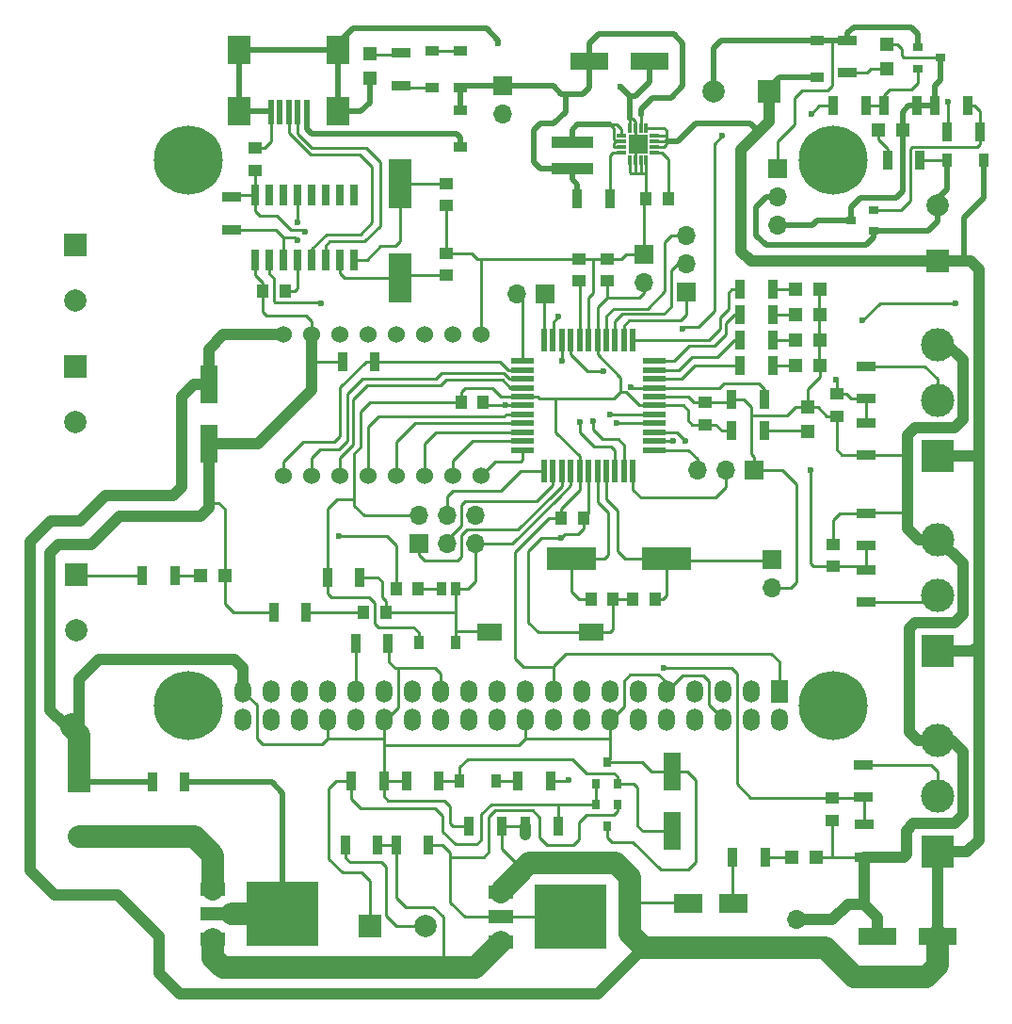
<source format=gtl>
G04 #@! TF.FileFunction,Copper,L1,Top,Signal*
%FSLAX46Y46*%
G04 Gerber Fmt 4.6, Leading zero omitted, Abs format (unit mm)*
G04 Created by KiCad (PCBNEW 4.0.7-e2-6376~61~ubuntu18.04.1) date Wed Jan  8 20:26:52 2020*
%MOMM*%
%LPD*%
G01*
G04 APERTURE LIST*
%ADD10C,0.100000*%
%ADD11O,1.500000X2.000000*%
%ADD12R,1.500000X2.000000*%
%ADD13C,6.200000*%
%ADD14R,0.900000X1.700000*%
%ADD15R,4.500000X2.000000*%
%ADD16R,2.500000X1.800000*%
%ADD17R,2.180000X1.600000*%
%ADD18R,0.550000X2.000000*%
%ADD19R,2.000000X0.550000*%
%ADD20C,3.000000*%
%ADD21R,3.000000X3.000000*%
%ADD22C,2.000000*%
%ADD23R,2.000000X2.000000*%
%ADD24R,1.700000X1.700000*%
%ADD25O,1.700000X1.700000*%
%ADD26R,0.800000X1.900000*%
%ADD27R,0.850000X0.300000*%
%ADD28R,0.300000X0.850000*%
%ADD29R,1.680000X1.680000*%
%ADD30R,0.970000X1.270000*%
%ADD31R,0.900000X0.800000*%
%ADD32R,0.800000X0.900000*%
%ADD33R,1.700000X0.900000*%
%ADD34R,3.700000X0.980000*%
%ADD35R,2.200000X1.200000*%
%ADD36R,6.400000X5.800000*%
%ADD37R,3.050000X2.750000*%
%ADD38R,1.200000X1.200000*%
%ADD39C,1.524000*%
%ADD40R,1.600000X3.500000*%
%ADD41R,3.500000X1.600000*%
%ADD42R,1.000000X1.250000*%
%ADD43R,1.250000X1.000000*%
%ADD44R,0.900000X1.200000*%
%ADD45R,1.200000X0.900000*%
%ADD46R,0.500000X2.300000*%
%ADD47R,2.000000X2.500000*%
%ADD48R,2.000000X4.500000*%
%ADD49C,0.600000*%
%ADD50C,0.500000*%
%ADD51C,0.250000*%
%ADD52C,1.000000*%
%ADD53C,2.000000*%
G04 APERTURE END LIST*
D10*
D11*
X82550000Y-133900000D03*
X82550000Y-131360000D03*
X85090000Y-133900000D03*
X85090000Y-131360000D03*
X87630000Y-133900000D03*
X87630000Y-131360000D03*
X90170000Y-133900000D03*
X90170000Y-131360000D03*
X92710000Y-133900000D03*
X92710000Y-131360000D03*
X95250000Y-133900000D03*
X95250000Y-131360000D03*
X97790000Y-133900000D03*
X97790000Y-131360000D03*
X100330000Y-133900000D03*
X100330000Y-131360000D03*
X102870000Y-133900000D03*
X102870000Y-131360000D03*
X105410000Y-133900000D03*
X105410000Y-131360000D03*
X107950000Y-133900000D03*
X107950000Y-131360000D03*
X110490000Y-133900000D03*
X110490000Y-131360000D03*
X113030000Y-133900000D03*
X113030000Y-131360000D03*
X115570000Y-133900000D03*
X115570000Y-131360000D03*
X118110000Y-133900000D03*
X118110000Y-131360000D03*
X120650000Y-133900000D03*
X120650000Y-131360000D03*
X123190000Y-133900000D03*
X123190000Y-131360000D03*
X125730000Y-133900000D03*
X125730000Y-131360000D03*
X128270000Y-133900000D03*
X128270000Y-131360000D03*
X130810000Y-133900000D03*
D12*
X130810000Y-131360000D03*
D13*
X135680000Y-83630000D03*
X77680000Y-83630000D03*
X77680000Y-132630000D03*
X135680000Y-132630000D03*
D14*
X140282000Y-78740000D03*
X143182000Y-78740000D03*
X148857000Y-81091000D03*
X145957000Y-81091000D03*
D15*
X112143600Y-119445000D03*
X120643600Y-119445000D03*
D16*
X122674000Y-150433000D03*
X126674000Y-150433000D03*
D17*
X113922400Y-126049000D03*
X104742400Y-126049000D03*
D18*
X109665000Y-111564000D03*
X110465000Y-111564000D03*
X111265000Y-111564000D03*
X112065000Y-111564000D03*
X112865000Y-111564000D03*
X113665000Y-111564000D03*
X114465000Y-111564000D03*
X115265000Y-111564000D03*
X116065000Y-111564000D03*
X116865000Y-111564000D03*
X117665000Y-111564000D03*
D19*
X119565000Y-109664000D03*
X119565000Y-108864000D03*
X119565000Y-108064000D03*
X119565000Y-107264000D03*
X119565000Y-106464000D03*
X119565000Y-105664000D03*
X119565000Y-104864000D03*
X119565000Y-104064000D03*
X119565000Y-103264000D03*
X119565000Y-102464000D03*
X119565000Y-101664000D03*
D18*
X117665000Y-99764000D03*
X116865000Y-99764000D03*
X116065000Y-99764000D03*
X115265000Y-99764000D03*
X114465000Y-99764000D03*
X113665000Y-99764000D03*
X112865000Y-99764000D03*
X112065000Y-99764000D03*
X111265000Y-99764000D03*
X110465000Y-99764000D03*
X109665000Y-99764000D03*
D19*
X107765000Y-101664000D03*
X107765000Y-102464000D03*
X107765000Y-103264000D03*
X107765000Y-104064000D03*
X107765000Y-104864000D03*
X107765000Y-105664000D03*
X107765000Y-106464000D03*
X107765000Y-107264000D03*
X107765000Y-108064000D03*
X107765000Y-108864000D03*
X107765000Y-109664000D03*
D20*
X145034000Y-135796000D03*
X145034000Y-140796000D03*
D21*
X145034000Y-145796000D03*
D20*
X145034000Y-117762000D03*
X145034000Y-122762000D03*
D21*
X145034000Y-127762000D03*
D22*
X124921000Y-77470000D03*
D23*
X129921000Y-77470000D03*
D22*
X67524000Y-107173000D03*
D23*
X67524000Y-102173000D03*
D22*
X67524000Y-96251000D03*
D23*
X67524000Y-91251000D03*
D24*
X98425000Y-118110000D03*
D25*
X98425000Y-115570000D03*
X100965000Y-118110000D03*
X100965000Y-115570000D03*
X103505000Y-118110000D03*
X103505000Y-115570000D03*
D26*
X83693000Y-92562000D03*
X84963000Y-92562000D03*
X86233000Y-92562000D03*
X87503000Y-92562000D03*
X88773000Y-92562000D03*
X90043000Y-92562000D03*
X91313000Y-92562000D03*
X92583000Y-92562000D03*
X92583000Y-86762000D03*
X91313000Y-86762000D03*
X90043000Y-86762000D03*
X88773000Y-86762000D03*
X87503000Y-86762000D03*
X86233000Y-86762000D03*
X84963000Y-86762000D03*
X83693000Y-86762000D03*
D22*
X67818000Y-144446000D03*
D23*
X67818000Y-139446000D03*
D22*
X145034000Y-87710000D03*
D23*
X145034000Y-92710000D03*
D20*
X145034000Y-100236000D03*
X145034000Y-105236000D03*
D21*
X145034000Y-110236000D03*
D24*
X130643000Y-84393000D03*
D25*
X130643000Y-86933000D03*
X130643000Y-89473000D03*
D27*
X116660000Y-81419000D03*
X116660000Y-81919000D03*
X116660000Y-82419000D03*
X116660000Y-82919000D03*
D28*
X117360000Y-83619000D03*
X117860000Y-83619000D03*
X118360000Y-83619000D03*
X118860000Y-83619000D03*
D27*
X119560000Y-82919000D03*
X119560000Y-82419000D03*
X119560000Y-81919000D03*
X119560000Y-81419000D03*
D28*
X118860000Y-80719000D03*
X118360000Y-80719000D03*
X117860000Y-80719000D03*
X117360000Y-80719000D03*
D29*
X118110000Y-82169000D03*
D24*
X105918000Y-76962000D03*
D25*
X105918000Y-79502000D03*
D22*
X67564000Y-125904000D03*
D23*
X67564000Y-120904000D03*
D24*
X128524000Y-111506000D03*
D25*
X125984000Y-111506000D03*
X123444000Y-111506000D03*
D24*
X132334000Y-154432000D03*
D25*
X132334000Y-151892000D03*
D30*
X101692000Y-122112000D03*
X100412000Y-122112000D03*
D24*
X130135000Y-119508500D03*
D25*
X130135000Y-122048500D03*
D24*
X118618000Y-92075000D03*
D25*
X118618000Y-94615000D03*
D24*
X122478800Y-95465900D03*
D25*
X122478800Y-92925900D03*
X122478800Y-90385900D03*
D24*
X109728000Y-95631000D03*
D25*
X107188000Y-95631000D03*
D22*
X98990800Y-152465000D03*
D23*
X93990800Y-152465000D03*
D31*
X143295500Y-73473500D03*
X143295500Y-75373500D03*
X145295500Y-74423500D03*
X139303000Y-89977000D03*
X139303000Y-88077000D03*
X137303000Y-89027000D03*
D32*
X116266000Y-141494000D03*
X114366000Y-141494000D03*
X115316000Y-143494000D03*
X114366000Y-139684000D03*
X116266000Y-139684000D03*
X115316000Y-137684000D03*
D14*
X147754000Y-78740000D03*
X144854000Y-78740000D03*
X100216000Y-139384000D03*
X97316000Y-139384000D03*
X94691500Y-145124400D03*
X91791500Y-145124400D03*
X96401600Y-145124400D03*
X99301600Y-145124400D03*
X90204000Y-121096000D03*
X93104000Y-121096000D03*
X138610000Y-78740000D03*
X135710000Y-78740000D03*
X110924000Y-143510000D03*
X108024000Y-143510000D03*
X107349000Y-139384000D03*
X110249000Y-139384000D03*
X112683000Y-87060000D03*
X115583000Y-87060000D03*
X130228000Y-95250000D03*
X127328000Y-95250000D03*
X130228000Y-97536000D03*
X127328000Y-97536000D03*
D33*
X96774000Y-76888000D03*
X96774000Y-73988000D03*
D14*
X130228000Y-99822000D03*
X127328000Y-99822000D03*
X130228000Y-102108000D03*
X127328000Y-102108000D03*
X74456000Y-139511000D03*
X77356000Y-139511000D03*
X105844000Y-143510000D03*
X102944000Y-143510000D03*
X92744000Y-127065000D03*
X95644000Y-127065000D03*
X94475600Y-101690400D03*
X91575600Y-101690400D03*
X129466000Y-105156000D03*
X126566000Y-105156000D03*
D33*
X136967600Y-72833800D03*
X136967600Y-75733800D03*
D14*
X143459500Y-83643700D03*
X140559500Y-83643700D03*
D33*
X81534000Y-86942000D03*
X81534000Y-89842000D03*
X138644000Y-102120000D03*
X138644000Y-105020000D03*
X138644000Y-123308000D03*
X138644000Y-120408000D03*
X138402700Y-137959400D03*
X138402700Y-140859400D03*
X138644000Y-107200000D03*
X138644000Y-110100000D03*
X138644000Y-118228000D03*
X138644000Y-115328000D03*
X138430000Y-143330000D03*
X138430000Y-146230000D03*
D14*
X126653000Y-146242000D03*
X129553000Y-146242000D03*
X126566000Y-107950000D03*
X129466000Y-107950000D03*
X85378000Y-124271000D03*
X88278000Y-124271000D03*
X76467000Y-120969000D03*
X73567000Y-120969000D03*
D34*
X112202600Y-82014200D03*
X112202600Y-84384200D03*
D35*
X79874000Y-149104000D03*
X79874000Y-151384000D03*
X79874000Y-153664000D03*
D36*
X86174000Y-151384000D03*
D37*
X87849000Y-152909000D03*
X84499000Y-149859000D03*
X87849000Y-149859000D03*
X84499000Y-152909000D03*
D35*
X105782000Y-149358000D03*
X105782000Y-151638000D03*
X105782000Y-153918000D03*
D36*
X112082000Y-151638000D03*
D37*
X113757000Y-153163000D03*
X110407000Y-150113000D03*
X113757000Y-150113000D03*
X110407000Y-153163000D03*
D38*
X131956000Y-146242000D03*
X134156000Y-146242000D03*
X93980000Y-74084000D03*
X93980000Y-76284000D03*
X78743000Y-120969000D03*
X80943000Y-120969000D03*
X132250000Y-95250000D03*
X134450000Y-95250000D03*
X132250000Y-97536000D03*
X134450000Y-97536000D03*
X132250000Y-99822000D03*
X134450000Y-99822000D03*
X132250000Y-102108000D03*
X134450000Y-102108000D03*
X133368000Y-108012000D03*
X133368000Y-105812000D03*
X140485500Y-75396500D03*
X140485500Y-73196500D03*
X139728400Y-80913200D03*
X141928400Y-80913200D03*
D14*
X92363000Y-139384000D03*
X95263000Y-139384000D03*
D39*
X86233000Y-112014000D03*
X96393000Y-112014000D03*
X98933000Y-112014000D03*
X88773000Y-112014000D03*
X91313000Y-112014000D03*
X93853000Y-112014000D03*
X101473000Y-112014000D03*
X104013000Y-112014000D03*
X86233000Y-99314000D03*
X88773000Y-99314000D03*
X91313000Y-99314000D03*
X93853000Y-99314000D03*
X96393000Y-99314000D03*
X98933000Y-99314000D03*
X101473000Y-99314000D03*
X104013000Y-99314000D03*
D40*
X121158000Y-143924000D03*
X121158000Y-138524000D03*
D41*
X145052400Y-153404800D03*
X139652400Y-153404800D03*
D42*
X120848000Y-87060000D03*
X118848000Y-87060000D03*
D41*
X113719000Y-74741000D03*
X119119000Y-74741000D03*
D42*
X95448000Y-124271000D03*
X93448000Y-124271000D03*
X98369000Y-122112000D03*
X96369000Y-122112000D03*
X113882300Y-123026400D03*
X115882300Y-123026400D03*
X119641500Y-123026400D03*
X117641500Y-123026400D03*
D43*
X112776000Y-94472000D03*
X112776000Y-92472000D03*
X115316000Y-94472000D03*
X115316000Y-92472000D03*
D42*
X102211000Y-105411500D03*
X104211000Y-105411500D03*
X111228000Y-115762000D03*
X113228000Y-115762000D03*
D43*
X124166000Y-107364000D03*
X124166000Y-105364000D03*
D40*
X79502000Y-103726000D03*
X79502000Y-109126000D03*
D43*
X135977000Y-104602000D03*
X135977000Y-106602000D03*
X135636000Y-120126000D03*
X135636000Y-118126000D03*
X135596000Y-140924000D03*
X135596000Y-142924000D03*
X100848800Y-93965500D03*
X100848800Y-91965500D03*
X100848800Y-85704400D03*
X100848800Y-87704400D03*
D42*
X86380200Y-95416600D03*
X84380200Y-95416600D03*
D43*
X83716500Y-84504000D03*
X83716500Y-82504000D03*
D44*
X102094400Y-139409400D03*
X105394400Y-139409400D03*
D45*
X102108000Y-73788000D03*
X102108000Y-77088000D03*
X99568000Y-77088000D03*
X99568000Y-73788000D03*
D44*
X98386000Y-126938000D03*
X101686000Y-126938000D03*
D45*
X134199000Y-76137000D03*
X134199000Y-72837000D03*
D44*
X149184000Y-83631000D03*
X145884000Y-83631000D03*
D45*
X102108000Y-79122000D03*
X102108000Y-82422000D03*
D46*
X88301000Y-79319000D03*
X87501000Y-79319000D03*
X86701000Y-79319000D03*
X85901000Y-79319000D03*
X85101000Y-79319000D03*
D47*
X91151000Y-79219000D03*
X91151000Y-73719000D03*
X82251000Y-79219000D03*
X82251000Y-73719000D03*
D48*
X96734000Y-94231000D03*
X96734000Y-85731000D03*
D49*
X105522400Y-73090000D03*
X111212000Y-117540000D03*
X116520600Y-77027000D03*
X106167000Y-105664000D03*
X88199600Y-90082600D03*
X110958000Y-97677200D03*
X135951600Y-103366800D03*
X111288200Y-101665000D03*
X133665600Y-111444000D03*
X120446600Y-129282400D03*
X115033800Y-102583800D03*
X89598000Y-96442000D03*
X112898000Y-107142000D03*
X87503000Y-90805000D03*
X114046000Y-107061000D03*
X87463000Y-89193600D03*
X91247600Y-117362200D03*
X133698000Y-79442000D03*
X125698000Y-81442000D03*
X122098000Y-98742000D03*
X121298000Y-108842000D03*
X145991600Y-78335600D03*
X146698000Y-96442000D03*
X138298000Y-98042000D03*
X122398000Y-108842000D03*
X117485800Y-104001800D03*
X111872400Y-139358600D03*
X116216200Y-107264000D03*
X115580800Y-106465600D03*
D50*
X137303000Y-89027000D02*
X137303000Y-87829500D01*
X141928400Y-86391800D02*
X141928400Y-80913200D01*
X141336400Y-86983800D02*
X141928400Y-86391800D01*
X138148700Y-86983800D02*
X141336400Y-86983800D01*
X137303000Y-87829500D02*
X138148700Y-86983800D01*
X143182000Y-78740000D02*
X142468200Y-78740000D01*
X142468200Y-78740000D02*
X141928400Y-79279800D01*
X141928400Y-79279800D02*
X141928400Y-80913200D01*
D51*
X128270000Y-106541800D02*
X128270000Y-110048900D01*
X128524000Y-110302900D02*
X128524000Y-111506000D01*
X128270000Y-110048900D02*
X128524000Y-110302900D01*
X80943000Y-120969000D02*
X80943000Y-114931600D01*
X79502000Y-114403100D02*
X79502000Y-114896500D01*
X80414500Y-114403100D02*
X79502000Y-114403100D01*
X80943000Y-114931600D02*
X80414500Y-114403100D01*
D50*
X133779900Y-89473000D02*
X130643000Y-89473000D01*
X134225900Y-89027000D02*
X133779900Y-89473000D01*
X137303000Y-89027000D02*
X134225900Y-89027000D01*
X144854000Y-78740000D02*
X144854000Y-76900300D01*
X145295500Y-76458800D02*
X145295500Y-74423500D01*
X144854000Y-76900300D02*
X145295500Y-76458800D01*
X117360000Y-77841000D02*
X117878300Y-77841000D01*
X119119000Y-76600300D02*
X119119000Y-74741000D01*
X117878300Y-77841000D02*
X119119000Y-76600300D01*
D51*
X135596000Y-142924000D02*
X135596000Y-146178500D01*
X135596000Y-146178500D02*
X135544500Y-146230000D01*
X138430000Y-146230000D02*
X135544500Y-146230000D01*
X135544500Y-146230000D02*
X134168000Y-146230000D01*
X134168000Y-146230000D02*
X134156000Y-146242000D01*
X104013000Y-99314000D02*
X104013000Y-92472000D01*
X104023800Y-92546400D02*
X104023800Y-92472000D01*
X104023800Y-92482800D02*
X104023800Y-92546400D01*
X104013000Y-92472000D02*
X104023800Y-92482800D01*
X134450000Y-102108000D02*
X134450000Y-103090400D01*
X133368000Y-104172400D02*
X133368000Y-105812000D01*
X134450000Y-103090400D02*
X133368000Y-104172400D01*
X121158000Y-138524000D02*
X119330900Y-138524000D01*
X118490900Y-137684000D02*
X115316000Y-137684000D01*
X119330900Y-138524000D02*
X118490900Y-137684000D01*
X121158000Y-138524000D02*
X122556700Y-138524000D01*
X115316000Y-144453200D02*
X115316000Y-143494000D01*
X115758600Y-144895800D02*
X115316000Y-144453200D01*
X117650900Y-144895800D02*
X115758600Y-144895800D01*
X120152800Y-147397700D02*
X117650900Y-144895800D01*
X122616600Y-147397700D02*
X120152800Y-147397700D01*
X123340500Y-146673800D02*
X122616600Y-147397700D01*
X123340500Y-139307800D02*
X123340500Y-146673800D01*
X122556700Y-138524000D02*
X123340500Y-139307800D01*
X95250000Y-136170900D02*
X107415100Y-136170900D01*
X107415100Y-136170900D02*
X107950000Y-135636000D01*
X90170000Y-135636000D02*
X95250000Y-135636000D01*
X95250000Y-133900000D02*
X95461600Y-133900000D01*
X95461600Y-133900000D02*
X96520000Y-132841600D01*
X96520000Y-132841600D02*
X96520000Y-129286000D01*
X107950000Y-135636000D02*
X115471800Y-135636000D01*
X115471800Y-135636000D02*
X115570000Y-135537800D01*
X135977000Y-106602000D02*
X135977000Y-109627900D01*
X136449100Y-110100000D02*
X138644000Y-110100000D01*
X135977000Y-109627900D02*
X136449100Y-110100000D01*
X124166000Y-105364000D02*
X123102500Y-105364000D01*
X122602500Y-104864000D02*
X119565000Y-104864000D01*
X123102500Y-105364000D02*
X122602500Y-104864000D01*
X100848800Y-87704400D02*
X100848800Y-91965500D01*
X104987200Y-92472000D02*
X104023800Y-92472000D01*
X104987200Y-92472000D02*
X112776000Y-92472000D01*
X104023800Y-92472000D02*
X103670000Y-92472000D01*
X103670000Y-92472000D02*
X103163500Y-91965500D01*
X103163500Y-91965500D02*
X100848800Y-91965500D01*
X111212000Y-117540000D02*
X109446700Y-117540000D01*
X109141900Y-126049000D02*
X113922400Y-126049000D01*
X108240200Y-125147300D02*
X109141900Y-126049000D01*
X108240200Y-118746500D02*
X108240200Y-125147300D01*
X109446700Y-117540000D02*
X108240200Y-118746500D01*
X117641500Y-123026400D02*
X115882300Y-123026400D01*
X113922400Y-126049000D02*
X115593500Y-126049000D01*
X115593500Y-126049000D02*
X115882300Y-125760200D01*
X115882300Y-125760200D02*
X115882300Y-123026400D01*
X130135000Y-122048500D02*
X131887600Y-122048500D01*
X131887600Y-122048500D02*
X132370200Y-121565900D01*
X132370200Y-121565900D02*
X132370200Y-112739400D01*
X132370200Y-112739400D02*
X131136800Y-111506000D01*
X131136800Y-111506000D02*
X128524000Y-111506000D01*
X128270000Y-106541800D02*
X131544700Y-106541800D01*
X132274500Y-105812000D02*
X133368000Y-105812000D01*
X131544700Y-106541800D02*
X132274500Y-105812000D01*
X138644000Y-110100000D02*
X142367000Y-110100000D01*
X142367000Y-110100000D02*
X142367000Y-110110500D01*
X142367000Y-115279400D02*
X138692600Y-115279400D01*
X138692600Y-115279400D02*
X138644000Y-115328000D01*
X88773000Y-99314000D02*
X88773000Y-98072800D01*
X84380200Y-97210600D02*
X84380200Y-95416600D01*
X84719800Y-97550200D02*
X84380200Y-97210600D01*
X88250400Y-97550200D02*
X84719800Y-97550200D01*
X88773000Y-98072800D02*
X88250400Y-97550200D01*
X83693000Y-92562000D02*
X83693000Y-93907200D01*
X83693000Y-93907200D02*
X84380200Y-94594400D01*
X84380200Y-94594400D02*
X84380200Y-95416600D01*
D50*
X91151000Y-73719000D02*
X91151000Y-73135800D01*
X91151000Y-73135800D02*
X92492200Y-71794600D01*
X105522400Y-72836000D02*
X105522400Y-73090000D01*
X104481000Y-71794600D02*
X105522400Y-72836000D01*
X92492200Y-71794600D02*
X104481000Y-71794600D01*
D52*
X132334000Y-151892000D02*
X135610200Y-151892000D01*
X137043800Y-150458400D02*
X138430000Y-150458400D01*
X135610200Y-151892000D02*
X137043800Y-150458400D01*
X138430000Y-146230000D02*
X138430000Y-150458400D01*
X138430000Y-150458400D02*
X138430000Y-150473000D01*
X139652400Y-151695400D02*
X139652400Y-153404800D01*
X138430000Y-150473000D02*
X139652400Y-151695400D01*
D51*
X118618000Y-92075000D02*
X117030100Y-92075000D01*
X116633100Y-92472000D02*
X115316000Y-92472000D01*
X117030100Y-92075000D02*
X116633100Y-92472000D01*
X114056800Y-92472000D02*
X114056800Y-95543600D01*
X113665000Y-95935400D02*
X113665000Y-99764000D01*
X114056800Y-95543600D02*
X113665000Y-95935400D01*
X112776000Y-92472000D02*
X114056800Y-92472000D01*
X114056800Y-92472000D02*
X115316000Y-92472000D01*
D50*
X82251000Y-79219000D02*
X85001000Y-79219000D01*
X85001000Y-79219000D02*
X85101000Y-79319000D01*
X91151000Y-79219000D02*
X93195800Y-79219000D01*
X93980000Y-78434800D02*
X93980000Y-76284000D01*
X93195800Y-79219000D02*
X93980000Y-78434800D01*
X91151000Y-73719000D02*
X91151000Y-79219000D01*
X82251000Y-73719000D02*
X91151000Y-73719000D01*
X82251000Y-73719000D02*
X82251000Y-79219000D01*
D51*
X83716500Y-82504000D02*
X84526000Y-82504000D01*
X85101000Y-81929000D02*
X85101000Y-79319000D01*
X84526000Y-82504000D02*
X85101000Y-81929000D01*
X113228000Y-116730500D02*
X113228000Y-115762000D01*
X111212000Y-117540000D02*
X111529500Y-117222500D01*
X111529500Y-117222500D02*
X112736000Y-117222500D01*
X112736000Y-117222500D02*
X113228000Y-116730500D01*
X106167000Y-105664000D02*
X104463500Y-105664000D01*
X104463500Y-105664000D02*
X104211000Y-105411500D01*
X113665000Y-111564000D02*
X113665000Y-115325000D01*
X113665000Y-115325000D02*
X113228000Y-115762000D01*
X118860000Y-84619000D02*
X118860000Y-87048000D01*
X118860000Y-87048000D02*
X118848000Y-87060000D01*
X118618000Y-92075000D02*
X118618000Y-87290000D01*
X118618000Y-87290000D02*
X118848000Y-87060000D01*
X142009500Y-74423500D02*
X145295500Y-74423500D01*
X140485500Y-73196500D02*
X141417500Y-73196500D01*
X141417500Y-73196500D02*
X141819000Y-73598000D01*
X141819000Y-73598000D02*
X141819000Y-74233000D01*
X141819000Y-74233000D02*
X142009500Y-74423500D01*
X135596000Y-142924000D02*
X135231000Y-142924000D01*
X135636000Y-115976000D02*
X135636000Y-118126000D01*
X136284000Y-115328000D02*
X135636000Y-115976000D01*
X138644000Y-115328000D02*
X136284000Y-115328000D01*
X135072000Y-106602000D02*
X135977000Y-106602000D01*
X133368000Y-105812000D02*
X134282000Y-105812000D01*
X134282000Y-105812000D02*
X135072000Y-106602000D01*
X124166000Y-105364000D02*
X126358000Y-105364000D01*
X126358000Y-105364000D02*
X126566000Y-105156000D01*
X91575600Y-101690400D02*
X88773000Y-101690400D01*
X88987000Y-101665000D02*
X88773000Y-101665000D01*
X88798400Y-101665000D02*
X88987000Y-101665000D01*
X88773000Y-101690400D02*
X88798400Y-101665000D01*
D53*
X67143000Y-134366000D02*
X67143000Y-134558000D01*
X67818000Y-135233000D02*
X67818000Y-139446000D01*
X67143000Y-134558000D02*
X67818000Y-135233000D01*
D50*
X74456000Y-139511000D02*
X67883000Y-139511000D01*
X67883000Y-139511000D02*
X67818000Y-139446000D01*
D52*
X67892000Y-134366000D02*
X67143000Y-134366000D01*
X67143000Y-134366000D02*
X66570000Y-134366000D01*
X66570000Y-134366000D02*
X65238000Y-133034000D01*
X65238000Y-133034000D02*
X65238000Y-118937000D01*
X65238000Y-118937000D02*
X66000000Y-118175000D01*
X66000000Y-118175000D02*
X68921000Y-118175000D01*
X68921000Y-118175000D02*
X71461000Y-115635000D01*
X71461000Y-115635000D02*
X78763500Y-115635000D01*
X78763500Y-115635000D02*
X79502000Y-114896500D01*
X79502000Y-114896500D02*
X79502000Y-114896500D01*
D51*
X85378000Y-124271000D02*
X81748000Y-124271000D01*
X80943000Y-123466000D02*
X80943000Y-120969000D01*
X81748000Y-124271000D02*
X80943000Y-123466000D01*
X95250000Y-133900000D02*
X95250000Y-135636000D01*
X95250000Y-135636000D02*
X95250000Y-136170900D01*
X95250000Y-136170900D02*
X95250000Y-139371000D01*
X95250000Y-139371000D02*
X95263000Y-139384000D01*
X97316000Y-139384000D02*
X95263000Y-139384000D01*
X102944000Y-143510000D02*
X101495000Y-143510000D01*
X95263000Y-140783200D02*
X95263000Y-139384000D01*
X97369000Y-141162000D02*
X95641800Y-141162000D01*
X95641800Y-141162000D02*
X95263000Y-140783200D01*
X100671000Y-141162000D02*
X97369000Y-141162000D01*
X101179000Y-141670000D02*
X100671000Y-141162000D01*
X101179000Y-143194000D02*
X101179000Y-141670000D01*
X101495000Y-143510000D02*
X101179000Y-143194000D01*
X114064000Y-125730000D02*
X114064000Y-125370400D01*
X140485500Y-73246500D02*
X140485500Y-73471000D01*
D50*
X117360000Y-77941400D02*
X117360000Y-77841000D01*
X116546000Y-77027000D02*
X116520600Y-77027000D01*
X117360000Y-77841000D02*
X116546000Y-77027000D01*
X117360000Y-79883000D02*
X117360000Y-77941400D01*
D51*
X117860000Y-83619000D02*
X117860000Y-82419000D01*
X117860000Y-82419000D02*
X118110000Y-82169000D01*
X117860000Y-80719000D02*
X117860000Y-81919000D01*
X117860000Y-81919000D02*
X118110000Y-82169000D01*
X117860000Y-83619000D02*
X117860000Y-84774000D01*
X117860000Y-84774000D02*
X117816000Y-84774000D01*
X118360000Y-83619000D02*
X118360000Y-84774000D01*
X118360000Y-84774000D02*
X118451000Y-84774000D01*
X117360000Y-83619000D02*
X117360000Y-84699000D01*
X117360000Y-84699000D02*
X117435000Y-84774000D01*
X117435000Y-84774000D02*
X117816000Y-84774000D01*
X118860000Y-84619000D02*
X118860000Y-83619000D01*
X118705000Y-84774000D02*
X118860000Y-84619000D01*
X117816000Y-84774000D02*
X118451000Y-84774000D01*
X118451000Y-84774000D02*
X118705000Y-84774000D01*
X117860000Y-82419000D02*
X118110000Y-82169000D01*
D52*
X79502000Y-114896500D02*
X79502000Y-109126000D01*
X79502000Y-109126000D02*
X83914000Y-109126000D01*
X88773000Y-104267000D02*
X88773000Y-101665000D01*
X88773000Y-101665000D02*
X88773000Y-99314000D01*
X83914000Y-109126000D02*
X88773000Y-104267000D01*
D51*
X107950000Y-133900000D02*
X107950000Y-133858000D01*
D50*
X126566000Y-105156000D02*
X126566000Y-104784000D01*
X134400000Y-102108000D02*
X134302000Y-102108000D01*
D51*
X118360000Y-82419000D02*
X118110000Y-82169000D01*
X134400000Y-97536000D02*
X134400000Y-99822000D01*
X134400000Y-95250000D02*
X134400000Y-97536000D01*
X134400000Y-102108000D02*
X134400000Y-99822000D01*
X128270000Y-111252000D02*
X128524000Y-111506000D01*
X128270000Y-105778300D02*
X128270000Y-106541800D01*
X126566000Y-105156000D02*
X127647700Y-105156000D01*
X127647700Y-105156000D02*
X128270000Y-105778300D01*
D52*
X82550000Y-129286000D02*
X82550000Y-131360000D01*
X81788000Y-128524000D02*
X82550000Y-129286000D01*
X69596000Y-128524000D02*
X81788000Y-128524000D01*
X67892000Y-130228000D02*
X69596000Y-128524000D01*
X67892000Y-134366000D02*
X67892000Y-130228000D01*
D51*
X122089000Y-129921000D02*
X120650000Y-131360000D01*
X123952000Y-129921000D02*
X122089000Y-129921000D01*
X124460000Y-130429000D02*
X123952000Y-129921000D01*
X124460000Y-132588000D02*
X124460000Y-130429000D01*
X125730000Y-133858000D02*
X124460000Y-132588000D01*
X125730000Y-133900000D02*
X125730000Y-133858000D01*
X120650000Y-130556000D02*
X120650000Y-131360000D01*
X119955000Y-129861000D02*
X120650000Y-130556000D01*
X117408000Y-129861000D02*
X119955000Y-129861000D01*
X116840000Y-130429000D02*
X117408000Y-129861000D01*
X116840000Y-132715000D02*
X116840000Y-130429000D01*
X115655000Y-133900000D02*
X116840000Y-132715000D01*
X115570000Y-133900000D02*
X115655000Y-133900000D01*
X105664000Y-79756000D02*
X105918000Y-79502000D01*
X117360000Y-80719000D02*
X117360000Y-79883000D01*
X117860000Y-80141000D02*
X117860000Y-80719000D01*
X117602000Y-79883000D02*
X117860000Y-80141000D01*
X117360000Y-79883000D02*
X117602000Y-79883000D01*
X117360000Y-79883000D02*
X117348000Y-79883000D01*
D52*
X142060000Y-146230000D02*
X138430000Y-146230000D01*
X146337000Y-135796000D02*
X147320000Y-136779000D01*
X147320000Y-136779000D02*
X147320000Y-142494000D01*
X147320000Y-142494000D02*
X146558000Y-143256000D01*
X146558000Y-143256000D02*
X142875000Y-143256000D01*
X142875000Y-143256000D02*
X142240000Y-143891000D01*
X142240000Y-143891000D02*
X142240000Y-146050000D01*
X142240000Y-146050000D02*
X142060000Y-146230000D01*
X145034000Y-135796000D02*
X146337000Y-135796000D01*
X143289000Y-135796000D02*
X145034000Y-135796000D01*
X142494000Y-135001000D02*
X143289000Y-135796000D01*
X142494000Y-125730000D02*
X142494000Y-135001000D01*
X143002000Y-125222000D02*
X142494000Y-125730000D01*
X146558000Y-125222000D02*
X143002000Y-125222000D01*
X147320000Y-124460000D02*
X146558000Y-125222000D01*
X147320000Y-119888000D02*
X147320000Y-124460000D01*
X145194000Y-117762000D02*
X147320000Y-119888000D01*
X145034000Y-117762000D02*
X145194000Y-117762000D01*
D51*
X95250000Y-133900000D02*
X95462000Y-133900000D01*
X89662000Y-136144000D02*
X90170000Y-135636000D01*
X84328000Y-136144000D02*
X89662000Y-136144000D01*
X83820000Y-135636000D02*
X84328000Y-136144000D01*
X83820000Y-132588000D02*
X83820000Y-135636000D01*
X82592000Y-131360000D02*
X83820000Y-132588000D01*
X82550000Y-131360000D02*
X82592000Y-131360000D01*
X120650000Y-131360000D02*
X120946000Y-131360000D01*
X96266000Y-129286000D02*
X96520000Y-129286000D01*
X95684000Y-128704000D02*
X96266000Y-129286000D01*
X95684000Y-127254000D02*
X95684000Y-128704000D01*
X107950000Y-133900000D02*
X107950000Y-135636000D01*
X107950000Y-133900000D02*
X107950000Y-135636000D01*
X90170000Y-133900000D02*
X90170000Y-135636000D01*
D52*
X143416000Y-117762000D02*
X145034000Y-117762000D01*
X142367000Y-116713000D02*
X143416000Y-117762000D01*
X142367000Y-116078000D02*
X142367000Y-116713000D01*
X142367000Y-108331000D02*
X142367000Y-110110500D01*
X145956000Y-100236000D02*
X147320000Y-101600000D01*
X147320000Y-101600000D02*
X147320000Y-106934000D01*
X147320000Y-106934000D02*
X146558000Y-107696000D01*
X146558000Y-107696000D02*
X143002000Y-107696000D01*
X143002000Y-107696000D02*
X142367000Y-108331000D01*
X142367000Y-110110500D02*
X142367000Y-110998000D01*
X142367000Y-110998000D02*
X142367000Y-115279400D01*
X145034000Y-100236000D02*
X145956000Y-100236000D01*
X142367000Y-115279400D02*
X142367000Y-116078000D01*
D50*
X143182000Y-78740000D02*
X144854000Y-78740000D01*
D51*
X117360000Y-79883000D02*
X117348000Y-79883000D01*
X117360000Y-79883000D02*
X117348000Y-79883000D01*
X100330000Y-129794000D02*
X100330000Y-131360000D01*
X99822000Y-129286000D02*
X100330000Y-129794000D01*
X96520000Y-129286000D02*
X99822000Y-129286000D01*
X107765000Y-105664000D02*
X106167000Y-105664000D01*
X115570000Y-133900000D02*
X115570000Y-135128000D01*
X115570000Y-135128000D02*
X115570000Y-133900000D01*
X115570000Y-137430000D02*
X115316000Y-137684000D01*
X115570000Y-135128000D02*
X115570000Y-135537800D01*
X115570000Y-135537800D02*
X115570000Y-137430000D01*
X124166000Y-107364000D02*
X125051700Y-107364000D01*
X125637700Y-107950000D02*
X126566000Y-107950000D01*
X125051700Y-107364000D02*
X125637700Y-107950000D01*
X98386000Y-126938000D02*
X98386000Y-126024600D01*
X90204000Y-122554300D02*
X90204000Y-121096000D01*
X90574500Y-122924800D02*
X90204000Y-122554300D01*
X93940000Y-122924800D02*
X90574500Y-122924800D01*
X94435300Y-123420100D02*
X93940000Y-122924800D01*
X94435300Y-125261600D02*
X94435300Y-123420100D01*
X94740100Y-125566400D02*
X94435300Y-125261600D01*
X97927800Y-125566400D02*
X94740100Y-125566400D01*
X98386000Y-126024600D02*
X97927800Y-125566400D01*
X111228000Y-115762000D02*
X110107100Y-115762000D01*
X107783000Y-129147800D02*
X110490000Y-129147800D01*
X107021000Y-128385800D02*
X107783000Y-129147800D01*
X107021000Y-118848100D02*
X107021000Y-128385800D01*
X110107100Y-115762000D02*
X107021000Y-118848100D01*
X102211000Y-105411500D02*
X102211000Y-104443000D01*
X105749600Y-104864000D02*
X107765000Y-104864000D01*
X104989000Y-104103400D02*
X105749600Y-104864000D01*
X102550600Y-104103400D02*
X104989000Y-104103400D01*
X102211000Y-104443000D02*
X102550600Y-104103400D01*
X118618000Y-94615000D02*
X118618000Y-95579800D01*
X118237000Y-95960800D02*
X115316000Y-95960800D01*
X118618000Y-95579800D02*
X118237000Y-95960800D01*
X114465000Y-99764000D02*
X114465000Y-96811800D01*
X114465000Y-96811800D02*
X115316000Y-95960800D01*
X115316000Y-95960800D02*
X115316000Y-94472000D01*
X83693000Y-88192200D02*
X83693000Y-86762000D01*
X84135600Y-88634800D02*
X83693000Y-88192200D01*
X85659600Y-88634800D02*
X84135600Y-88634800D01*
X86904200Y-89879400D02*
X85659600Y-88634800D01*
X87996400Y-89879400D02*
X86904200Y-89879400D01*
X88199600Y-90082600D02*
X87996400Y-89879400D01*
X90204000Y-121096000D02*
X90204000Y-114900600D01*
X91044400Y-114060200D02*
X92606500Y-114060200D01*
X90204000Y-114900600D02*
X91044400Y-114060200D01*
X83716500Y-84504000D02*
X83716500Y-86738500D01*
X83716500Y-86738500D02*
X83693000Y-86762000D01*
X112865000Y-111564000D02*
X112865000Y-113283500D01*
X112865000Y-113283500D02*
X111228000Y-114920500D01*
X111228000Y-114920500D02*
X111228000Y-115762000D01*
X94194000Y-115571500D02*
X93495500Y-115571500D01*
X96545000Y-115570000D02*
X94448000Y-115570000D01*
X94448000Y-115570000D02*
X94194000Y-115570000D01*
X98425000Y-115570000D02*
X96545000Y-115570000D01*
X94194000Y-115570000D02*
X94194000Y-115571500D01*
X92606500Y-114682500D02*
X92606500Y-114060200D01*
X93495500Y-115571500D02*
X92606500Y-114682500D01*
X92606500Y-114060200D02*
X92606500Y-109983500D01*
X94003500Y-105411500D02*
X102211000Y-105411500D01*
X93178000Y-106237000D02*
X94003500Y-105411500D01*
X93178000Y-109412000D02*
X93178000Y-106237000D01*
X92606500Y-109983500D02*
X93178000Y-109412000D01*
X130810000Y-131360000D02*
X130810000Y-128692500D01*
X130810000Y-128692500D02*
X130071500Y-127954000D01*
X130071500Y-127954000D02*
X111656500Y-127954000D01*
X111656500Y-127954000D02*
X110490000Y-129120500D01*
X110490000Y-129120500D02*
X110490000Y-129147800D01*
X110490000Y-129147800D02*
X110490000Y-131360000D01*
X119565000Y-105664000D02*
X122196000Y-105664000D01*
X123007000Y-107364000D02*
X124166000Y-107364000D01*
X122642000Y-106999000D02*
X123007000Y-107364000D01*
X122642000Y-106110000D02*
X122642000Y-106999000D01*
X122196000Y-105664000D02*
X122642000Y-106110000D01*
D50*
X110450000Y-131320000D02*
X110490000Y-131360000D01*
D51*
X126344000Y-108172000D02*
X126566000Y-107950000D01*
X81714000Y-86762000D02*
X81534000Y-86942000D01*
X83693000Y-86762000D02*
X81714000Y-86762000D01*
X118240000Y-105664000D02*
X119565000Y-105664000D01*
X117007000Y-104431000D02*
X118240000Y-105664000D01*
X116536000Y-104431000D02*
X117007000Y-104431000D01*
X114465000Y-101089000D02*
X114465000Y-99764000D01*
X116536000Y-103161000D02*
X114465000Y-101089000D01*
X116536000Y-104431000D02*
X116536000Y-103161000D01*
X112865000Y-110239000D02*
X112865000Y-111564000D01*
X110724000Y-108098000D02*
X112865000Y-110239000D01*
X110724000Y-105061000D02*
X110724000Y-108098000D01*
X109287000Y-105061000D02*
X110724000Y-105061000D01*
X107765000Y-104864000D02*
X109090000Y-104864000D01*
X109090000Y-104864000D02*
X109287000Y-105061000D01*
X115907000Y-105061000D02*
X116536000Y-104431000D01*
X110724000Y-105061000D02*
X115907000Y-105061000D01*
X111265000Y-112890000D02*
X111265000Y-111564000D01*
X110490000Y-113665000D02*
X111265000Y-112890000D01*
X110490000Y-113651000D02*
X110490000Y-113665000D01*
X107301000Y-116840000D02*
X110490000Y-113651000D01*
X102743000Y-116840000D02*
X107301000Y-116840000D01*
X102235000Y-117348000D02*
X102743000Y-116840000D01*
X102235000Y-119253000D02*
X102235000Y-117348000D01*
X101854000Y-119634000D02*
X102235000Y-119253000D01*
X98933000Y-119634000D02*
X101854000Y-119634000D01*
X98425000Y-119126000D02*
X98933000Y-119634000D01*
X98425000Y-118110000D02*
X98425000Y-119126000D01*
X110465000Y-112801000D02*
X110465000Y-111564000D01*
X108966000Y-114300000D02*
X110465000Y-112801000D01*
X102558000Y-114300000D02*
X108966000Y-114300000D01*
X102235000Y-114623000D02*
X102558000Y-114300000D01*
X102235000Y-116459000D02*
X102235000Y-114623000D01*
X100965000Y-117729000D02*
X102235000Y-116459000D01*
X100965000Y-118110000D02*
X100965000Y-117729000D01*
X100965000Y-115570000D02*
X100965000Y-113829700D01*
X107561400Y-111564000D02*
X109665000Y-111564000D01*
X105789100Y-113336300D02*
X107561400Y-111564000D01*
X101458400Y-113336300D02*
X105789100Y-113336300D01*
X100965000Y-113829700D02*
X101458400Y-113336300D01*
X129553000Y-146242000D02*
X131956000Y-146242000D01*
X135977000Y-104602000D02*
X135977000Y-103392200D01*
X110500800Y-98134400D02*
X110500800Y-99728200D01*
X110958000Y-97677200D02*
X110500800Y-98134400D01*
X135977000Y-103392200D02*
X135951600Y-103366800D01*
X110500800Y-99728200D02*
X110465000Y-99764000D01*
X137300000Y-105020000D02*
X138644000Y-105020000D01*
X136882000Y-104602000D02*
X137300000Y-105020000D01*
X135977000Y-104602000D02*
X136882000Y-104602000D01*
X138644000Y-105020000D02*
X138644000Y-107200000D01*
X135636000Y-120126000D02*
X133914800Y-120126000D01*
X111265000Y-101641800D02*
X111265000Y-99764000D01*
X111288200Y-101665000D02*
X111265000Y-101641800D01*
X133614800Y-111494800D02*
X133665600Y-111444000D01*
X133614800Y-119826000D02*
X133614800Y-111494800D01*
X133914800Y-120126000D02*
X133614800Y-119826000D01*
X135636000Y-120126000D02*
X138362000Y-120126000D01*
X138362000Y-120126000D02*
X138644000Y-120408000D01*
X138644000Y-118228000D02*
X138644000Y-120408000D01*
X138430000Y-120216000D02*
X138430000Y-120548000D01*
X138430000Y-143330000D02*
X138430000Y-140886700D01*
X138430000Y-140886700D02*
X138402700Y-140859400D01*
X135596000Y-140924000D02*
X138338100Y-140924000D01*
X138338100Y-140924000D02*
X138402700Y-140859400D01*
X126510400Y-129282400D02*
X120446600Y-129282400D01*
X127000000Y-129772000D02*
X126510400Y-129282400D01*
X127000000Y-139678000D02*
X127000000Y-129772000D01*
X128247800Y-140925800D02*
X127000000Y-139678000D01*
X135712200Y-140925800D02*
X128247800Y-140925800D01*
X112065000Y-99764000D02*
X112065000Y-101089300D01*
X113559500Y-102583800D02*
X115033800Y-102583800D01*
X112065000Y-101089300D02*
X113559500Y-102583800D01*
X86233000Y-112014000D02*
X86233000Y-110692800D01*
X93635200Y-101690400D02*
X94475600Y-101690400D01*
X91273000Y-104052600D02*
X93635200Y-101690400D01*
X91273000Y-108446800D02*
X91273000Y-104052600D01*
X90790400Y-108929400D02*
X91273000Y-108446800D01*
X87996400Y-108929400D02*
X90790400Y-108929400D01*
X86233000Y-110692800D02*
X87996400Y-108929400D01*
X107765000Y-102464000D02*
X106499200Y-102464000D01*
X106499200Y-102464000D02*
X105725600Y-101690400D01*
X105725600Y-101690400D02*
X94475600Y-101690400D01*
X86233000Y-112014000D02*
X86487000Y-112014000D01*
X99962000Y-108064000D02*
X107765000Y-108064000D01*
X98933000Y-109093000D02*
X99962000Y-108064000D01*
X98933000Y-112014000D02*
X98933000Y-109093000D01*
X103226000Y-108864000D02*
X107765000Y-108864000D01*
X101473000Y-110617000D02*
X103226000Y-108864000D01*
X101473000Y-112014000D02*
X101473000Y-110617000D01*
X105283000Y-110744000D02*
X104013000Y-112014000D01*
X107569000Y-110744000D02*
X105283000Y-110744000D01*
X107765000Y-110548000D02*
X107569000Y-110744000D01*
X107765000Y-109664000D02*
X107765000Y-110548000D01*
X91313000Y-110363000D02*
X91313000Y-112014000D01*
X92456000Y-109220000D02*
X91313000Y-110363000D01*
X92456000Y-105156000D02*
X92456000Y-109220000D01*
X93726000Y-103886000D02*
X92456000Y-105156000D01*
X100330000Y-103886000D02*
X93726000Y-103886000D01*
X100838000Y-103378000D02*
X100330000Y-103886000D01*
X105918000Y-103378000D02*
X100838000Y-103378000D01*
X106604000Y-104064000D02*
X105918000Y-103378000D01*
X107765000Y-104064000D02*
X106604000Y-104064000D01*
X91694000Y-111633000D02*
X91313000Y-112014000D01*
X93853000Y-107569000D02*
X93853000Y-112014000D01*
X94742000Y-106680000D02*
X93853000Y-107569000D01*
X106045000Y-106680000D02*
X94742000Y-106680000D01*
X106261000Y-106464000D02*
X106045000Y-106680000D01*
X107765000Y-106464000D02*
X106261000Y-106464000D01*
X116065000Y-111564000D02*
X116065000Y-109709000D01*
X84963000Y-93807000D02*
X84963000Y-92562000D01*
X85398000Y-94242000D02*
X84963000Y-93807000D01*
X85398000Y-96342000D02*
X85398000Y-94242000D01*
X85488400Y-96432400D02*
X85398000Y-96342000D01*
X89607600Y-96432400D02*
X85488400Y-96432400D01*
X89598000Y-96442000D02*
X89607600Y-96432400D01*
X112898000Y-108042000D02*
X112898000Y-107142000D01*
X114198000Y-109342000D02*
X112898000Y-108042000D01*
X115698000Y-109342000D02*
X114198000Y-109342000D01*
X116065000Y-109709000D02*
X115698000Y-109342000D01*
X87249000Y-90551000D02*
X86233000Y-90551000D01*
X87503000Y-90805000D02*
X87249000Y-90551000D01*
X114046000Y-107823000D02*
X114046000Y-107061000D01*
X114935000Y-108712000D02*
X114046000Y-107823000D01*
X116332000Y-108712000D02*
X114935000Y-108712000D01*
X116865000Y-109245000D02*
X116332000Y-108712000D01*
X116865000Y-111564000D02*
X116865000Y-109245000D01*
X85524000Y-89842000D02*
X81534000Y-89842000D01*
X86233000Y-90551000D02*
X85524000Y-89842000D01*
X86233000Y-92562000D02*
X86233000Y-90551000D01*
X88773000Y-110363000D02*
X88773000Y-112014000D01*
X89535000Y-109601000D02*
X88773000Y-110363000D01*
X91186000Y-109601000D02*
X89535000Y-109601000D01*
X91948000Y-108839000D02*
X91186000Y-109601000D01*
X91948000Y-104648000D02*
X91948000Y-108839000D01*
X93345000Y-103251000D02*
X91948000Y-104648000D01*
X99949000Y-103251000D02*
X93345000Y-103251000D01*
X100457000Y-102743000D02*
X99949000Y-103251000D01*
X106045000Y-102743000D02*
X100457000Y-102743000D01*
X106566000Y-103264000D02*
X106045000Y-102743000D01*
X107765000Y-103264000D02*
X106566000Y-103264000D01*
X96369000Y-122112000D02*
X96369000Y-118216400D01*
X87503000Y-89153600D02*
X87503000Y-86762000D01*
X87463000Y-89193600D02*
X87503000Y-89153600D01*
X95514800Y-117362200D02*
X91247600Y-117362200D01*
X96369000Y-118216400D02*
X95514800Y-117362200D01*
X87503000Y-86762000D02*
X87503000Y-87528000D01*
X134400000Y-78740000D02*
X135710000Y-78740000D01*
X133698000Y-79442000D02*
X134400000Y-78740000D01*
X124998000Y-82142000D02*
X125698000Y-81442000D01*
X124998000Y-97183200D02*
X124998000Y-82142000D01*
X123539200Y-98642000D02*
X124998000Y-97183200D01*
X122198000Y-98642000D02*
X123539200Y-98642000D01*
X122098000Y-98742000D02*
X122198000Y-98642000D01*
X121276000Y-108864000D02*
X121298000Y-108842000D01*
X119565000Y-108864000D02*
X121276000Y-108864000D01*
X119565000Y-108064000D02*
X121620000Y-108064000D01*
X145991600Y-80335600D02*
X145987000Y-81153000D01*
X145991600Y-78335600D02*
X145991600Y-80335600D01*
X139898000Y-96442000D02*
X146698000Y-96442000D01*
X138298000Y-98042000D02*
X139898000Y-96442000D01*
X121620000Y-108064000D02*
X122398000Y-108842000D01*
X101732000Y-125985500D02*
X104678900Y-125985500D01*
X104678900Y-125985500D02*
X104742400Y-126049000D01*
X95448000Y-124271000D02*
X95448000Y-123239000D01*
X94702000Y-121096000D02*
X93104000Y-121096000D01*
X95083000Y-121477000D02*
X94702000Y-121096000D01*
X95083000Y-122874000D02*
X95083000Y-121477000D01*
X95448000Y-123239000D02*
X95083000Y-122874000D01*
X95448000Y-124271000D02*
X101732000Y-124271000D01*
X101692000Y-122112000D02*
X102830000Y-122112000D01*
X103505000Y-121437000D02*
X103505000Y-118110000D01*
X102830000Y-122112000D02*
X103505000Y-121437000D01*
X104884000Y-125730000D02*
X104884000Y-126408000D01*
X101732000Y-124017000D02*
X101732000Y-124271000D01*
X101732000Y-124271000D02*
X101732000Y-125985500D01*
X101732000Y-125985500D02*
X101732000Y-126892000D01*
X101732000Y-126892000D02*
X101686000Y-126938000D01*
X101732000Y-124017000D02*
X101732000Y-121666000D01*
X112065000Y-112852000D02*
X112065000Y-111564000D01*
X103505000Y-118110000D02*
X106790000Y-118110000D01*
X106790000Y-118110000D02*
X110998000Y-113902000D01*
X110998000Y-113902000D02*
X110998000Y-113919000D01*
X110998000Y-113919000D02*
X112065000Y-112852000D01*
X98095000Y-107264000D02*
X107765000Y-107264000D01*
X96393000Y-108966000D02*
X98095000Y-107264000D01*
X96393000Y-112014000D02*
X96393000Y-108966000D01*
D50*
X115570000Y-80391000D02*
X112674000Y-80391000D01*
X112202600Y-80862400D02*
X112202600Y-82014200D01*
X112674000Y-80391000D02*
X112202600Y-80862400D01*
D51*
X116660000Y-81419000D02*
X116660000Y-80846000D01*
X115951000Y-81788000D02*
X116082000Y-81919000D01*
X115951000Y-80772000D02*
X115951000Y-81788000D01*
X116082000Y-81919000D02*
X115909700Y-82091300D01*
X115909700Y-82091300D02*
X115909700Y-82419000D01*
X116371000Y-81919000D02*
X116660000Y-81919000D01*
X116660000Y-82419000D02*
X115909700Y-82419000D01*
X116082000Y-81919000D02*
X116371000Y-81919000D01*
X116205000Y-80391000D02*
X115570000Y-80391000D01*
X116660000Y-80846000D02*
X116205000Y-80391000D01*
X115570000Y-80391000D02*
X115951000Y-80772000D01*
X116660000Y-82919000D02*
X115848300Y-82919000D01*
X115848300Y-82919000D02*
X115583000Y-83184300D01*
X115583000Y-83184300D02*
X115583000Y-87060000D01*
X119565000Y-104064000D02*
X125462700Y-104064000D01*
X129466000Y-104158300D02*
X129466000Y-105156000D01*
X129017400Y-103709700D02*
X129466000Y-104158300D01*
X125817000Y-103709700D02*
X129017400Y-103709700D01*
X125462700Y-104064000D02*
X125817000Y-103709700D01*
X111847000Y-139384000D02*
X111872400Y-139358600D01*
X110249000Y-139384000D02*
X111847000Y-139384000D01*
X117548000Y-104064000D02*
X119565000Y-104064000D01*
X117485800Y-104001800D02*
X117548000Y-104064000D01*
X129371000Y-105061000D02*
X129466000Y-105156000D01*
X129212000Y-105061000D02*
X129371000Y-105061000D01*
X130228000Y-97536000D02*
X132300000Y-97536000D01*
X130228000Y-99822000D02*
X132300000Y-99822000D01*
X130228000Y-102108000D02*
X132300000Y-102108000D01*
X129466000Y-107950000D02*
X133356000Y-107950000D01*
X133356000Y-107950000D02*
X133368000Y-107962000D01*
D50*
X129478000Y-107962000D02*
X129466000Y-107950000D01*
D51*
X116266000Y-139684000D02*
X116266000Y-139027800D01*
X102094400Y-138138400D02*
X102094400Y-139409400D01*
X102779200Y-137453600D02*
X102094400Y-138138400D01*
X112202600Y-137453600D02*
X102779200Y-137453600D01*
X113472600Y-138723600D02*
X112202600Y-137453600D01*
X115961800Y-138723600D02*
X113472600Y-138723600D01*
X116266000Y-139027800D02*
X115961800Y-138723600D01*
X100216000Y-139384000D02*
X102069000Y-139384000D01*
X102069000Y-139384000D02*
X102094400Y-139409400D01*
X121158000Y-143924000D02*
X118546000Y-143924000D01*
X117735000Y-139684000D02*
X116266000Y-139684000D01*
X118070000Y-140019000D02*
X117735000Y-139684000D01*
X118070000Y-143448000D02*
X118070000Y-140019000D01*
X118546000Y-143924000D02*
X118070000Y-143448000D01*
X130643000Y-84393000D02*
X130643000Y-81916500D01*
X135545200Y-76938100D02*
X135545200Y-72837000D01*
X135176900Y-77306400D02*
X135545200Y-76938100D01*
X132852800Y-77306400D02*
X135176900Y-77306400D01*
X132167000Y-77992200D02*
X132852800Y-77306400D01*
X132167000Y-80392500D02*
X132167000Y-77992200D01*
X130643000Y-81916500D02*
X132167000Y-80392500D01*
D50*
X143295500Y-73473500D02*
X143295500Y-72229700D01*
X136967600Y-72175600D02*
X136967600Y-72833800D01*
X137501000Y-71642200D02*
X136967600Y-72175600D01*
X142708000Y-71642200D02*
X137501000Y-71642200D01*
X143295500Y-72229700D02*
X142708000Y-71642200D01*
X134199000Y-72837000D02*
X135545200Y-72837000D01*
X135545200Y-72837000D02*
X136964400Y-72837000D01*
X136964400Y-72837000D02*
X136967600Y-72833800D01*
X124921000Y-77470000D02*
X124921000Y-73541500D01*
X125625500Y-72837000D02*
X134199000Y-72837000D01*
X124921000Y-73541500D02*
X125625500Y-72837000D01*
D51*
X139728400Y-80913200D02*
X139728400Y-81769000D01*
X140559500Y-82600100D02*
X140559500Y-83643700D01*
X139728400Y-81769000D02*
X140559500Y-82600100D01*
X140809000Y-83445000D02*
X140623000Y-83631000D01*
X145884000Y-83631000D02*
X143472200Y-83631000D01*
X143472200Y-83631000D02*
X143459500Y-83643700D01*
D50*
X145034000Y-87710000D02*
X145034000Y-87083500D01*
X145034000Y-87083500D02*
X145884000Y-86233500D01*
X145884000Y-86233500D02*
X145884000Y-83631000D01*
X139303000Y-89977000D02*
X139303000Y-90592000D01*
X129627000Y-86933000D02*
X130643000Y-86933000D01*
X128738000Y-87822000D02*
X129627000Y-86933000D01*
X128738000Y-90362000D02*
X128738000Y-87822000D01*
X129627000Y-91251000D02*
X128738000Y-90362000D01*
X138644000Y-91251000D02*
X129627000Y-91251000D01*
X139303000Y-90592000D02*
X138644000Y-91251000D01*
X145034000Y-89154000D02*
X145034000Y-87710000D01*
X144211000Y-89977000D02*
X145034000Y-89154000D01*
X139303000Y-89977000D02*
X144211000Y-89977000D01*
X145508000Y-87236000D02*
X145034000Y-87710000D01*
D51*
X92710000Y-127328000D02*
X92784000Y-127254000D01*
X92710000Y-131360000D02*
X92710000Y-127328000D01*
X92784000Y-131286000D02*
X92710000Y-131360000D01*
X119565000Y-107264000D02*
X116216200Y-107264000D01*
X123444000Y-110490000D02*
X123444000Y-111506000D01*
X122618000Y-109664000D02*
X123444000Y-110490000D01*
X119565000Y-109664000D02*
X122618000Y-109664000D01*
X125984000Y-113030000D02*
X125984000Y-111506000D01*
X125095000Y-113919000D02*
X125984000Y-113030000D01*
X118364000Y-113919000D02*
X125095000Y-113919000D01*
X117665000Y-113220000D02*
X118364000Y-113919000D01*
X117665000Y-111564000D02*
X117665000Y-113220000D01*
X107765000Y-96208000D02*
X107188000Y-95631000D01*
X107765000Y-101664000D02*
X107765000Y-96208000D01*
X138644000Y-123308000D02*
X144488000Y-123308000D01*
X144488000Y-123308000D02*
X145034000Y-122762000D01*
X138402700Y-137959400D02*
X144471100Y-137959400D01*
X145034000Y-138522300D02*
X145034000Y-140796000D01*
X144471100Y-137959400D02*
X145034000Y-138522300D01*
X112143600Y-119445000D02*
X115060100Y-119445000D01*
X114465000Y-114341400D02*
X114465000Y-111564000D01*
X115415700Y-115292100D02*
X114465000Y-114341400D01*
X115415700Y-119089400D02*
X115415700Y-115292100D01*
X115060100Y-119445000D02*
X115415700Y-119089400D01*
X112143600Y-119445000D02*
X112143600Y-122357800D01*
X112812200Y-123026400D02*
X113882300Y-123026400D01*
X112143600Y-122357800D02*
X112812200Y-123026400D01*
X99568000Y-77088000D02*
X96974000Y-77088000D01*
X96974000Y-77088000D02*
X96774000Y-76888000D01*
X136967600Y-75733800D02*
X138743400Y-75733800D01*
X139080700Y-75396500D02*
X140485500Y-75396500D01*
X138743400Y-75733800D02*
X139080700Y-75396500D01*
X140276000Y-75556000D02*
X140485500Y-75346500D01*
X98990800Y-152465000D02*
X96391100Y-152465000D01*
X91791500Y-146316000D02*
X91791500Y-145124400D01*
X92200100Y-146724600D02*
X91791500Y-146316000D01*
X95057600Y-146724600D02*
X92200100Y-146724600D01*
X95451300Y-147118300D02*
X95057600Y-146724600D01*
X95451300Y-151525200D02*
X95451300Y-147118300D01*
X96391100Y-152465000D02*
X95451300Y-151525200D01*
X110924000Y-143510000D02*
X110924000Y-141504900D01*
X110919900Y-141555700D02*
X110919900Y-141504900D01*
X110919900Y-141509000D02*
X110919900Y-141555700D01*
X110924000Y-141504900D02*
X110919900Y-141509000D01*
X111593000Y-141504900D02*
X111593000Y-141494000D01*
X114366000Y-141494000D02*
X111593000Y-141494000D01*
X110919900Y-141504900D02*
X111593000Y-141504900D01*
X104900100Y-141504900D02*
X110919900Y-141504900D01*
X92363000Y-139384000D02*
X92363000Y-141058200D01*
X92363000Y-141058200D02*
X93203400Y-141898600D01*
X93203400Y-141898600D02*
X99896300Y-141898600D01*
X99896300Y-141898600D02*
X100544000Y-142546300D01*
X100544000Y-142546300D02*
X100544000Y-143943300D01*
X100544000Y-143943300D02*
X101699700Y-145099000D01*
X101699700Y-145099000D02*
X103604700Y-145099000D01*
X103604700Y-145099000D02*
X103998400Y-144705300D01*
X103998400Y-144705300D02*
X103998400Y-142406600D01*
X103998400Y-142406600D02*
X104900100Y-141504900D01*
X93990800Y-152465000D02*
X93990800Y-148375600D01*
X90980900Y-139384000D02*
X92363000Y-139384000D01*
X90320500Y-140044400D02*
X90980900Y-139384000D01*
X90320500Y-146394400D02*
X90320500Y-140044400D01*
X91527000Y-147600900D02*
X90320500Y-146394400D01*
X93216100Y-147600900D02*
X91527000Y-147600900D01*
X93990800Y-148375600D02*
X93216100Y-147600900D01*
X114366000Y-139684000D02*
X114366000Y-141494000D01*
X110924000Y-142928000D02*
X110924000Y-143510000D01*
X110990000Y-143444000D02*
X110924000Y-143510000D01*
X110924000Y-143510000D02*
X110924000Y-142928000D01*
X110924000Y-143510000D02*
X110924000Y-142928000D01*
X109665000Y-95694000D02*
X109728000Y-95631000D01*
X109665000Y-99764000D02*
X109665000Y-95694000D01*
X139303000Y-88077000D02*
X141767200Y-88077000D01*
X148857000Y-82155600D02*
X148857000Y-81091000D01*
X148626200Y-82386400D02*
X148857000Y-82155600D01*
X142809600Y-82386400D02*
X148626200Y-82386400D01*
X142606400Y-82589600D02*
X142809600Y-82386400D01*
X142606400Y-87237800D02*
X142606400Y-82589600D01*
X141767200Y-88077000D02*
X142606400Y-87237800D01*
X148857000Y-79239000D02*
X148857000Y-81218000D01*
X148358000Y-78740000D02*
X148857000Y-79239000D01*
X147754000Y-78740000D02*
X148358000Y-78740000D01*
X148792000Y-81153000D02*
X148857000Y-81218000D01*
D50*
X147408500Y-92710000D02*
X147408500Y-88773000D01*
X149184000Y-86997500D02*
X149184000Y-83631000D01*
X147408500Y-88773000D02*
X149184000Y-86997500D01*
D52*
X145034000Y-110236000D02*
X148691200Y-110236000D01*
X148691200Y-110236000D02*
X148804000Y-110123200D01*
X145034000Y-145796000D02*
X145034000Y-153386400D01*
X145034000Y-153386400D02*
X145052400Y-153404800D01*
D53*
X132334000Y-154432000D02*
X134997600Y-154432000D01*
X145052400Y-156013400D02*
X145052400Y-153404800D01*
X144079600Y-156986200D02*
X145052400Y-156013400D01*
X137551800Y-156986200D02*
X144079600Y-156986200D01*
X134997600Y-154432000D02*
X137551800Y-156986200D01*
D50*
X129921000Y-77470000D02*
X129921000Y-77050500D01*
X129921000Y-77050500D02*
X130834500Y-76137000D01*
X130834500Y-76137000D02*
X134199000Y-76137000D01*
D51*
X122547000Y-150306000D02*
X122674000Y-150433000D01*
X117348000Y-150306000D02*
X122547000Y-150306000D01*
D53*
X117348000Y-150306000D02*
X117348000Y-148312100D01*
D50*
X120650000Y-81915000D02*
X121691000Y-81915000D01*
X128230000Y-80329000D02*
X128979500Y-81078500D01*
X123277000Y-80329000D02*
X128230000Y-80329000D01*
X121691000Y-81915000D02*
X123277000Y-80329000D01*
D51*
X120650000Y-80899000D02*
X120470000Y-80719000D01*
X120650000Y-81407000D02*
X120650000Y-80899000D01*
X120650000Y-81419000D02*
X120650000Y-81407000D01*
X120650000Y-81915000D02*
X120650000Y-81419000D01*
X120650000Y-81419000D02*
X120650000Y-81407000D01*
X120400000Y-82419000D02*
X120650000Y-82169000D01*
X120650000Y-81919000D02*
X120650000Y-81915000D01*
X120650000Y-82169000D02*
X120650000Y-81919000D01*
X120650000Y-81919000D02*
X120650000Y-81915000D01*
D52*
X148804000Y-127192000D02*
X148804000Y-144718000D01*
X147726000Y-145796000D02*
X145034000Y-145796000D01*
X148804000Y-144718000D02*
X147726000Y-145796000D01*
X148804000Y-109412000D02*
X148804000Y-110123200D01*
X148804000Y-110123200D02*
X148804000Y-127192000D01*
X148234000Y-127762000D02*
X145034000Y-127762000D01*
X148804000Y-127192000D02*
X148234000Y-127762000D01*
X146558000Y-92710000D02*
X147408500Y-92710000D01*
X147408500Y-92710000D02*
X147091000Y-92710000D01*
X147091000Y-92710000D02*
X148065900Y-92710000D01*
X148804000Y-93448100D02*
X148804000Y-109412000D01*
X148065900Y-92710000D02*
X148804000Y-93448100D01*
X79502000Y-103726000D02*
X78163000Y-103726000D01*
X114489000Y-158561000D02*
X118618000Y-154432000D01*
X76922000Y-158561000D02*
X114489000Y-158561000D01*
X75017000Y-156656000D02*
X76922000Y-158561000D01*
X75017000Y-153354000D02*
X75017000Y-156656000D01*
X71334000Y-149671000D02*
X75017000Y-153354000D01*
X65619000Y-149671000D02*
X71334000Y-149671000D01*
X63409200Y-147461200D02*
X65619000Y-149671000D01*
X63409200Y-117895600D02*
X63409200Y-147461200D01*
X65288800Y-116016000D02*
X63409200Y-117895600D01*
X67905000Y-116016000D02*
X65288800Y-116016000D01*
X70191000Y-113730000D02*
X67905000Y-116016000D01*
X76287000Y-113730000D02*
X70191000Y-113730000D01*
X77049000Y-112968000D02*
X76287000Y-113730000D01*
X77049000Y-104840000D02*
X77049000Y-112968000D01*
X78163000Y-103726000D02*
X77049000Y-104840000D01*
X86233000Y-99314000D02*
X80826000Y-99314000D01*
X79502000Y-100638000D02*
X79502000Y-103726000D01*
X80826000Y-99314000D02*
X79502000Y-100638000D01*
D51*
X119560000Y-82419000D02*
X120400000Y-82419000D01*
X105844000Y-145468000D02*
X107758000Y-147382000D01*
X105844000Y-143510000D02*
X105844000Y-145468000D01*
D53*
X107758000Y-147382000D02*
X105782000Y-149358000D01*
D51*
X105844000Y-143510000D02*
X108024000Y-143510000D01*
D52*
X129921000Y-80137000D02*
X129921000Y-77470000D01*
X128979500Y-81078500D02*
X129921000Y-80137000D01*
X128905000Y-81153000D02*
X128979500Y-81078500D01*
X145034000Y-92710000D02*
X128270000Y-92710000D01*
X128270000Y-92710000D02*
X127381000Y-91821000D01*
X127381000Y-91821000D02*
X127381000Y-82677000D01*
X127381000Y-82677000D02*
X128905000Y-81153000D01*
D53*
X132334000Y-154432000D02*
X123444000Y-154432000D01*
X123444000Y-154432000D02*
X118618000Y-154432000D01*
D52*
X145034000Y-92710000D02*
X146558000Y-92710000D01*
X108024000Y-143510000D02*
X108024000Y-144198000D01*
D53*
X117348000Y-153162000D02*
X117348000Y-150306000D01*
X117348000Y-148312100D02*
X117348000Y-148082000D01*
X118618000Y-154432000D02*
X117348000Y-153162000D01*
X108328000Y-146812000D02*
X107758000Y-147382000D01*
X116078000Y-146812000D02*
X108328000Y-146812000D01*
X117348000Y-148082000D02*
X116078000Y-146812000D01*
D51*
X119560000Y-81919000D02*
X120650000Y-81919000D01*
X119560000Y-81419000D02*
X120650000Y-81419000D01*
X120470000Y-80719000D02*
X118860000Y-80719000D01*
D50*
X112202600Y-84384200D02*
X112202600Y-85294700D01*
X112683000Y-85775100D02*
X112683000Y-87060000D01*
X112202600Y-85294700D02*
X112683000Y-85775100D01*
X111618400Y-77662000D02*
X111618400Y-79262200D01*
X109349000Y-84384200D02*
X112202600Y-84384200D01*
X108786300Y-83821500D02*
X109349000Y-84384200D01*
X108786300Y-80862400D02*
X108786300Y-83821500D01*
X109307000Y-80341700D02*
X108786300Y-80862400D01*
X110538900Y-80341700D02*
X109307000Y-80341700D01*
X111618400Y-79262200D02*
X110538900Y-80341700D01*
X118360000Y-79531000D02*
X118360000Y-79010300D01*
X113719000Y-73123000D02*
X113719000Y-74741000D01*
X114564800Y-72277200D02*
X113719000Y-73123000D01*
X121333900Y-72277200D02*
X114564800Y-72277200D01*
X122159400Y-73102700D02*
X121333900Y-72277200D01*
X122159400Y-76950800D02*
X122159400Y-73102700D01*
X121118000Y-77992200D02*
X122159400Y-76950800D01*
X119378100Y-77992200D02*
X121118000Y-77992200D01*
X118360000Y-79010300D02*
X119378100Y-77992200D01*
D51*
X118360000Y-80719000D02*
X118360000Y-79531000D01*
X118360000Y-79531000D02*
X118362100Y-79528900D01*
D50*
X105918000Y-76962000D02*
X102234000Y-76962000D01*
X102234000Y-76962000D02*
X102108000Y-77088000D01*
X102108000Y-77088000D02*
X102108000Y-79122000D01*
X113719000Y-74741000D02*
X113719000Y-77060000D01*
X113117000Y-77662000D02*
X111618400Y-77662000D01*
X111618400Y-77662000D02*
X111212000Y-77662000D01*
X113719000Y-77060000D02*
X113117000Y-77662000D01*
X105918000Y-76962000D02*
X110512000Y-76962000D01*
X110512000Y-76962000D02*
X111212000Y-77662000D01*
X105444000Y-76488000D02*
X105918000Y-76962000D01*
D51*
X126653000Y-150412000D02*
X126674000Y-150433000D01*
X126653000Y-146242000D02*
X126653000Y-150412000D01*
X102108000Y-73788000D02*
X99568000Y-73788000D01*
X96628000Y-74134000D02*
X96774000Y-73988000D01*
X93980000Y-74134000D02*
X96628000Y-74134000D01*
D50*
X88301000Y-79319000D02*
X88301000Y-80811400D01*
X102108000Y-81588200D02*
X102108000Y-82422000D01*
X101763200Y-81243400D02*
X102108000Y-81588200D01*
X88733000Y-81243400D02*
X101763200Y-81243400D01*
X88301000Y-80811400D02*
X88733000Y-81243400D01*
D51*
X100582100Y-156210000D02*
X100582100Y-151576000D01*
X96401600Y-149872000D02*
X96401600Y-145124400D01*
X97242000Y-150712400D02*
X96401600Y-149872000D01*
X99718500Y-150712400D02*
X97242000Y-150712400D01*
X100582100Y-151576000D02*
X99718500Y-150712400D01*
X94691500Y-145124400D02*
X96401600Y-145124400D01*
D53*
X79874000Y-153664000D02*
X79874000Y-155312000D01*
X80772000Y-156210000D02*
X96543500Y-156210000D01*
X79874000Y-155312000D02*
X80772000Y-156210000D01*
X96543500Y-156210000D02*
X99060000Y-156210000D01*
X99060000Y-156210000D02*
X100582100Y-156210000D01*
X100582100Y-156210000D02*
X100785300Y-156210000D01*
X103490000Y-156210000D02*
X105782000Y-153918000D01*
X100785300Y-156210000D02*
X103490000Y-156210000D01*
D51*
X116266000Y-141494000D02*
X116266000Y-142140500D01*
X104227000Y-146254700D02*
X101217100Y-146254700D01*
X104696900Y-145784800D02*
X104227000Y-146254700D01*
X104696900Y-142609800D02*
X104696900Y-145784800D01*
X105255700Y-142051000D02*
X104696900Y-142609800D01*
X108621200Y-142051000D02*
X105255700Y-142051000D01*
X109281600Y-142711400D02*
X108621200Y-142051000D01*
X109281600Y-144514800D02*
X109281600Y-142711400D01*
X109891200Y-145124400D02*
X109281600Y-144514800D01*
X112342300Y-145124400D02*
X109891200Y-145124400D01*
X112824900Y-144641800D02*
X112342300Y-145124400D01*
X112824900Y-143105100D02*
X112824900Y-144641800D01*
X113447200Y-142482800D02*
X112824900Y-143105100D01*
X115923700Y-142482800D02*
X113447200Y-142482800D01*
X116266000Y-142140500D02*
X115923700Y-142482800D01*
X105782000Y-151638000D02*
X102561800Y-151638000D01*
X100505900Y-145124400D02*
X99301600Y-145124400D01*
X101217100Y-145835600D02*
X100505900Y-145124400D01*
X101217100Y-150293300D02*
X101217100Y-146254700D01*
X101217100Y-146254700D02*
X101217100Y-145835600D01*
X102561800Y-151638000D02*
X101217100Y-150293300D01*
X104902000Y-151638000D02*
X105782000Y-151638000D01*
X104902000Y-151638000D02*
X105782000Y-151638000D01*
X105782000Y-151638000D02*
X110647700Y-151638000D01*
X110407000Y-151878700D02*
X110407000Y-153163000D01*
X110647700Y-151638000D02*
X110407000Y-151878700D01*
X113757000Y-153163000D02*
X113757000Y-151462700D01*
X110647700Y-151638000D02*
X112082000Y-151638000D01*
X110407000Y-150113000D02*
X112257300Y-150113000D01*
X113082200Y-150787800D02*
X113757000Y-151462700D01*
X113082200Y-150787800D02*
X113757000Y-150113000D01*
X112082000Y-151638000D02*
X112932200Y-150787800D01*
X112932200Y-150787900D02*
X112932200Y-150787800D01*
X113082100Y-150787900D02*
X112932200Y-150787900D01*
X113082200Y-150787800D02*
X113082100Y-150787900D01*
X112932200Y-150787800D02*
X112257300Y-150113000D01*
X138610000Y-78740000D02*
X140282000Y-78740000D01*
X143295500Y-75373500D02*
X143295500Y-76693500D01*
X140282000Y-77738500D02*
X140282000Y-78740000D01*
X140739500Y-77281000D02*
X140282000Y-77738500D01*
X142708000Y-77281000D02*
X140739500Y-77281000D01*
X143295500Y-76693500D02*
X142708000Y-77281000D01*
X119565000Y-106464000D02*
X115582400Y-106464000D01*
X115582400Y-106464000D02*
X115580800Y-106465600D01*
X67658000Y-125810000D02*
X67564000Y-125904000D01*
X67564000Y-125904000D02*
X67564000Y-125222000D01*
X126517400Y-95250000D02*
X127328000Y-95250000D01*
X126238000Y-95529400D02*
X126517400Y-95250000D01*
X126238000Y-97028000D02*
X126238000Y-95529400D01*
X125476000Y-97790000D02*
X126238000Y-97028000D01*
X125476000Y-98806000D02*
X125476000Y-97790000D01*
X124518000Y-99764000D02*
X125476000Y-98806000D01*
X117665000Y-99764000D02*
X124518000Y-99764000D01*
X126746000Y-97536000D02*
X127328000Y-97536000D01*
X125984000Y-98298000D02*
X126746000Y-97536000D01*
X125984000Y-99314000D02*
X125984000Y-98298000D01*
X124968000Y-100330000D02*
X125984000Y-99314000D01*
X122682000Y-100330000D02*
X124968000Y-100330000D01*
X121348000Y-101664000D02*
X122682000Y-100330000D01*
X119565000Y-101664000D02*
X121348000Y-101664000D01*
X126746000Y-99822000D02*
X127328000Y-99822000D01*
X125222000Y-101346000D02*
X126746000Y-99822000D01*
X122936000Y-101346000D02*
X125222000Y-101346000D01*
X121818000Y-102464000D02*
X122936000Y-101346000D01*
X119565000Y-102464000D02*
X121818000Y-102464000D01*
X123190000Y-102108000D02*
X127328000Y-102108000D01*
X122034000Y-103264000D02*
X123190000Y-102108000D01*
X119565000Y-103264000D02*
X122034000Y-103264000D01*
X105394400Y-139409400D02*
X107323600Y-139409400D01*
X107323600Y-139409400D02*
X107349000Y-139384000D01*
X119560000Y-82919000D02*
X120279000Y-82919000D01*
X120848000Y-83488000D02*
X120848000Y-87060000D01*
X120279000Y-82919000D02*
X120848000Y-83488000D01*
X88278000Y-124271000D02*
X93448000Y-124271000D01*
X100412000Y-122112000D02*
X98369000Y-122112000D01*
X76467000Y-120969000D02*
X78743000Y-120969000D01*
X130228000Y-95250000D02*
X132300000Y-95250000D01*
D53*
X79874000Y-149104000D02*
X79874000Y-146082500D01*
X78237500Y-144446000D02*
X67818000Y-144446000D01*
X79874000Y-146082500D02*
X78237500Y-144446000D01*
D51*
X73567000Y-120969000D02*
X67629000Y-120969000D01*
X67629000Y-120969000D02*
X67564000Y-120904000D01*
X116865000Y-99764000D02*
X116865000Y-98476200D01*
X122478800Y-97485200D02*
X122478800Y-95465900D01*
X121945400Y-98018600D02*
X122478800Y-97485200D01*
X117322600Y-98018600D02*
X121945400Y-98018600D01*
X116865000Y-98476200D02*
X117322600Y-98018600D01*
X116065000Y-99764000D02*
X116065000Y-98095100D01*
X121107200Y-93484700D02*
X121666000Y-92925900D01*
X121107200Y-96812100D02*
X121107200Y-93484700D01*
X120472200Y-97447100D02*
X121107200Y-96812100D01*
X116713000Y-97447100D02*
X120472200Y-97447100D01*
X116065000Y-98095100D02*
X116713000Y-97447100D01*
X121666000Y-92925900D02*
X122478800Y-92925900D01*
X115265000Y-99764000D02*
X115265000Y-97612400D01*
X121107200Y-90385900D02*
X122478800Y-90385900D01*
X120535700Y-90957400D02*
X121107200Y-90385900D01*
X120535700Y-95389700D02*
X120535700Y-90957400D01*
X118973600Y-96951800D02*
X120535700Y-95389700D01*
X115925600Y-96951800D02*
X118973600Y-96951800D01*
X115265000Y-97612400D02*
X115925600Y-96951800D01*
X90043000Y-92562000D02*
X90043000Y-91287200D01*
X87501000Y-81256000D02*
X87501000Y-79319000D01*
X88758400Y-82513400D02*
X87501000Y-81256000D01*
X93635200Y-82513400D02*
X88758400Y-82513400D01*
X94905200Y-83783400D02*
X93635200Y-82513400D01*
X94905200Y-89523800D02*
X94905200Y-83783400D01*
X93508200Y-90920800D02*
X94905200Y-89523800D01*
X90409400Y-90920800D02*
X93508200Y-90920800D01*
X90043000Y-91287200D02*
X90409400Y-90920800D01*
X86701000Y-79319000D02*
X86701000Y-81141800D01*
X88773000Y-91592000D02*
X88773000Y-92562000D01*
X90079200Y-90285800D02*
X88773000Y-91592000D01*
X93127200Y-90285800D02*
X90079200Y-90285800D01*
X94219400Y-89193600D02*
X93127200Y-90285800D01*
X94219400Y-84215200D02*
X94219400Y-89193600D01*
X93101800Y-83097600D02*
X94219400Y-84215200D01*
X88656800Y-83097600D02*
X93101800Y-83097600D01*
X86701000Y-81141800D02*
X88656800Y-83097600D01*
X88773000Y-92562000D02*
X88773000Y-91694000D01*
X145034000Y-105236000D02*
X145034000Y-103229000D01*
X143925000Y-102120000D02*
X138644000Y-102120000D01*
X145034000Y-103229000D02*
X143925000Y-102120000D01*
D50*
X145034000Y-105236000D02*
X145034000Y-103886000D01*
X86174000Y-151384000D02*
X86174000Y-140508000D01*
X85177000Y-139511000D02*
X77356000Y-139511000D01*
X86174000Y-140508000D02*
X85177000Y-139511000D01*
D52*
X81534000Y-151384000D02*
X79874000Y-151384000D01*
D51*
X86547000Y-148557000D02*
X87849000Y-149859000D01*
X86174000Y-148557000D02*
X86547000Y-148557000D01*
D53*
X86174000Y-151384000D02*
X84499000Y-151384000D01*
X84499000Y-151384000D02*
X81534000Y-151384000D01*
D51*
X87849000Y-152909000D02*
X85998700Y-152909000D01*
X84499000Y-152909000D02*
X85998700Y-152909000D01*
X84499000Y-152909000D02*
X84499000Y-151384000D01*
X84499000Y-151384000D02*
X84499000Y-149859000D01*
X115265000Y-111564000D02*
X115265000Y-114074600D01*
X116965100Y-119445000D02*
X120643600Y-119445000D01*
X116279300Y-118759200D02*
X116965100Y-119445000D01*
X116279300Y-115088900D02*
X116279300Y-118759200D01*
X115265000Y-114074600D02*
X116279300Y-115088900D01*
X120643600Y-119445000D02*
X120643600Y-122688000D01*
X120305200Y-123026400D02*
X119641500Y-123026400D01*
X120643600Y-122688000D02*
X120305200Y-123026400D01*
X121483000Y-119624000D02*
X121431000Y-119572000D01*
X121431000Y-119572000D02*
X130071500Y-119572000D01*
X130071500Y-119572000D02*
X130135000Y-119508500D01*
X112865000Y-99764000D02*
X112865000Y-94561000D01*
X112865000Y-94561000D02*
X112776000Y-94472000D01*
X91313000Y-92562000D02*
X91313000Y-93805600D01*
X91738400Y-94231000D02*
X96734000Y-94231000D01*
X91313000Y-93805600D02*
X91738400Y-94231000D01*
X100848800Y-93965500D02*
X96999500Y-93965500D01*
X96999500Y-93965500D02*
X96734000Y-94231000D01*
X96729500Y-94235500D02*
X96734000Y-94231000D01*
X96734000Y-85731000D02*
X96734000Y-90082600D01*
X93746600Y-92562000D02*
X92583000Y-92562000D01*
X94968700Y-91339900D02*
X93746600Y-92562000D01*
X96314900Y-91339900D02*
X94968700Y-91339900D01*
X96734000Y-90920800D02*
X96314900Y-91339900D01*
X96734000Y-90082600D02*
X96734000Y-90920800D01*
X96734000Y-85731000D02*
X100822200Y-85731000D01*
X100822200Y-85731000D02*
X100848800Y-85704400D01*
X87503000Y-92562000D02*
X87503000Y-95122600D01*
X87209000Y-95416600D02*
X86380200Y-95416600D01*
X87503000Y-95122600D02*
X87209000Y-95416600D01*
X87598000Y-92657000D02*
X87503000Y-92562000D01*
M02*

</source>
